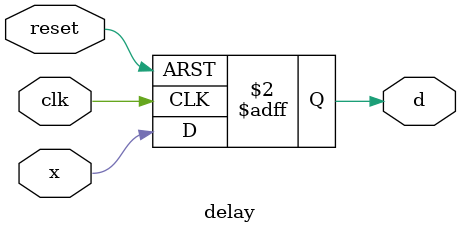
<source format=sv>
`timescale 1ns / 1ps
/*module delay(clk,reset,x,d );
input logic clk,reset;
input logic [31:0]x;
output reg [31:0]d;
always@(posedge clk or posedge reset)begin
    if(reset)
        d<=32'b0;
    else 
        d<=x;
end
endmodule*/
module delay #(parameter WIDTH = 1) (
    input  logic clk,
    input  logic reset,
    input  logic [WIDTH-1:0] x,
    output logic [WIDTH-1:0] d
);
    always_ff @(posedge clk or posedge reset) begin
        if (reset)
            d <= '0;
        else
            d <= x;
    end
endmodule

</source>
